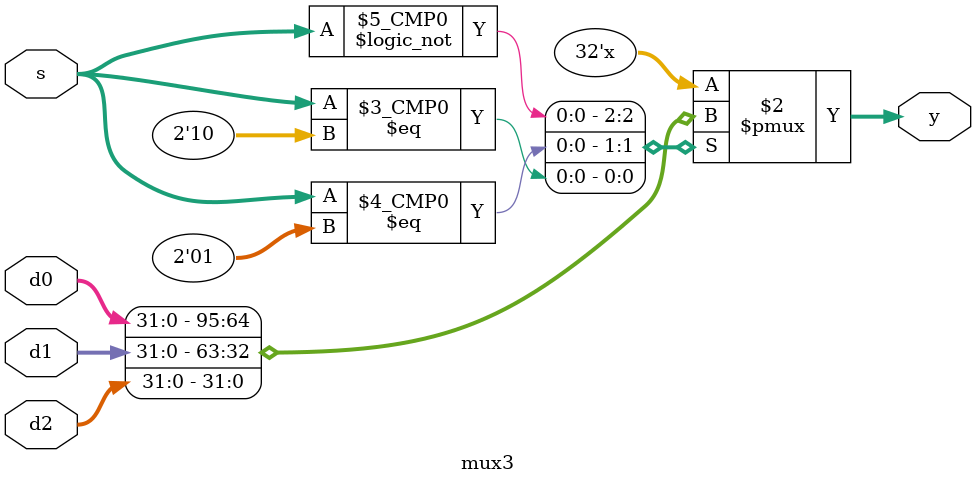
<source format=v>
`timescale 1ns/1ns


module mux3 (d0,d1,d2,s,y);

parameter n=32;

input [n-1:0] d0,d1,d2;
input [1:0] s;
output reg [n-1:0] y;

always @* begin

    case(s)
        2'b00: y<=d0;
        2'b01: y<=d1;
        2'b10: y<=d2;
    endcase
    
end

endmodule

</source>
